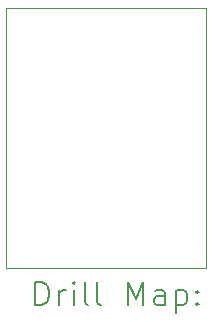
<source format=gbr>
%TF.GenerationSoftware,KiCad,Pcbnew,(6.0.7-1)-1*%
%TF.CreationDate,2022-10-12T15:16:09-04:00*%
%TF.ProjectId,Connection boardV1.0,436f6e6e-6563-4746-996f-6e20626f6172,rev?*%
%TF.SameCoordinates,Original*%
%TF.FileFunction,Drillmap*%
%TF.FilePolarity,Positive*%
%FSLAX45Y45*%
G04 Gerber Fmt 4.5, Leading zero omitted, Abs format (unit mm)*
G04 Created by KiCad (PCBNEW (6.0.7-1)-1) date 2022-10-12 15:16:09*
%MOMM*%
%LPD*%
G01*
G04 APERTURE LIST*
%ADD10C,0.100000*%
%ADD11C,0.200000*%
G04 APERTURE END LIST*
D10*
X10000000Y-12200000D02*
X10000000Y-10000000D01*
X11700000Y-10000000D02*
X10000000Y-10000000D01*
X11700000Y-12200000D02*
X10000000Y-12200000D01*
X11700000Y-10000000D02*
X11700000Y-12200000D01*
D11*
X10252619Y-12515476D02*
X10252619Y-12315476D01*
X10300238Y-12315476D01*
X10328810Y-12325000D01*
X10347857Y-12344048D01*
X10357381Y-12363095D01*
X10366905Y-12401190D01*
X10366905Y-12429762D01*
X10357381Y-12467857D01*
X10347857Y-12486905D01*
X10328810Y-12505952D01*
X10300238Y-12515476D01*
X10252619Y-12515476D01*
X10452619Y-12515476D02*
X10452619Y-12382143D01*
X10452619Y-12420238D02*
X10462143Y-12401190D01*
X10471667Y-12391667D01*
X10490714Y-12382143D01*
X10509762Y-12382143D01*
X10576429Y-12515476D02*
X10576429Y-12382143D01*
X10576429Y-12315476D02*
X10566905Y-12325000D01*
X10576429Y-12334524D01*
X10585952Y-12325000D01*
X10576429Y-12315476D01*
X10576429Y-12334524D01*
X10700238Y-12515476D02*
X10681190Y-12505952D01*
X10671667Y-12486905D01*
X10671667Y-12315476D01*
X10805000Y-12515476D02*
X10785952Y-12505952D01*
X10776429Y-12486905D01*
X10776429Y-12315476D01*
X11033571Y-12515476D02*
X11033571Y-12315476D01*
X11100238Y-12458333D01*
X11166905Y-12315476D01*
X11166905Y-12515476D01*
X11347857Y-12515476D02*
X11347857Y-12410714D01*
X11338333Y-12391667D01*
X11319286Y-12382143D01*
X11281190Y-12382143D01*
X11262143Y-12391667D01*
X11347857Y-12505952D02*
X11328809Y-12515476D01*
X11281190Y-12515476D01*
X11262143Y-12505952D01*
X11252619Y-12486905D01*
X11252619Y-12467857D01*
X11262143Y-12448809D01*
X11281190Y-12439286D01*
X11328809Y-12439286D01*
X11347857Y-12429762D01*
X11443095Y-12382143D02*
X11443095Y-12582143D01*
X11443095Y-12391667D02*
X11462143Y-12382143D01*
X11500238Y-12382143D01*
X11519286Y-12391667D01*
X11528809Y-12401190D01*
X11538333Y-12420238D01*
X11538333Y-12477381D01*
X11528809Y-12496428D01*
X11519286Y-12505952D01*
X11500238Y-12515476D01*
X11462143Y-12515476D01*
X11443095Y-12505952D01*
X11624048Y-12496428D02*
X11633571Y-12505952D01*
X11624048Y-12515476D01*
X11614524Y-12505952D01*
X11624048Y-12496428D01*
X11624048Y-12515476D01*
X11624048Y-12391667D02*
X11633571Y-12401190D01*
X11624048Y-12410714D01*
X11614524Y-12401190D01*
X11624048Y-12391667D01*
X11624048Y-12410714D01*
M02*

</source>
